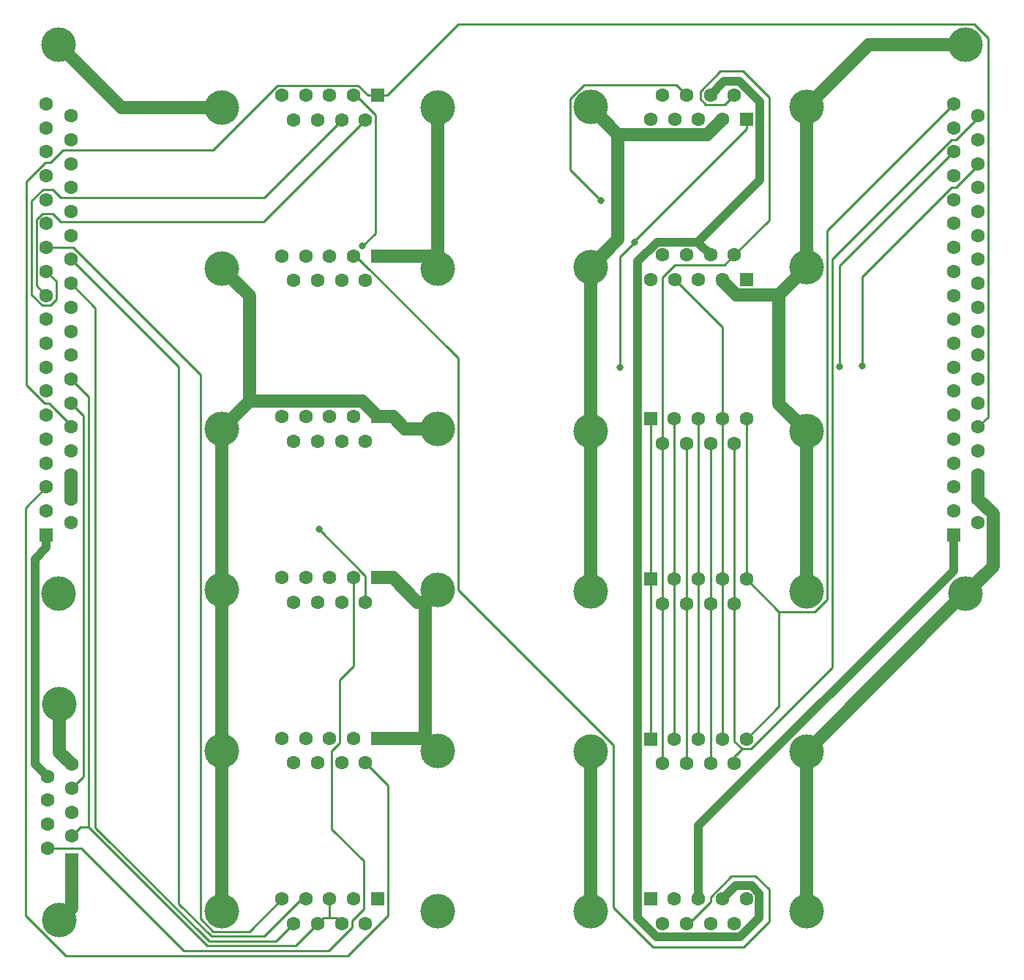
<source format=gbr>
%TF.GenerationSoftware,KiCad,Pcbnew,7.0.9*%
%TF.CreationDate,2023-12-27T22:33:40-08:00*%
%TF.ProjectId,Interconnect Board,496e7465-7263-46f6-9e6e-65637420426f,v1.1*%
%TF.SameCoordinates,Original*%
%TF.FileFunction,Copper,L2,Bot*%
%TF.FilePolarity,Positive*%
%FSLAX46Y46*%
G04 Gerber Fmt 4.6, Leading zero omitted, Abs format (unit mm)*
G04 Created by KiCad (PCBNEW 7.0.9) date 2023-12-27 22:33:40*
%MOMM*%
%LPD*%
G01*
G04 APERTURE LIST*
%TA.AperFunction,ComponentPad*%
%ADD10C,4.000000*%
%TD*%
%TA.AperFunction,ComponentPad*%
%ADD11R,1.600000X1.600000*%
%TD*%
%TA.AperFunction,ComponentPad*%
%ADD12C,1.600000*%
%TD*%
%TA.AperFunction,ViaPad*%
%ADD13C,0.800000*%
%TD*%
%TA.AperFunction,Conductor*%
%ADD14C,0.250000*%
%TD*%
%TA.AperFunction,Conductor*%
%ADD15C,1.000000*%
%TD*%
%TA.AperFunction,Conductor*%
%ADD16C,1.500000*%
%TD*%
G04 APERTURE END LIST*
D10*
%TO.P,SkyView_1,0,PAD*%
%TO.N,GND*%
X174574100Y-69664800D03*
X199574100Y-69664800D03*
D11*
%TO.P,SkyView_1,1,1*%
%TO.N,/SV_Data_1A*%
X181534100Y-68244800D03*
D12*
%TO.P,SkyView_1,2,2*%
%TO.N,/SV_GND_1*%
X184304100Y-68244800D03*
%TO.P,SkyView_1,3,3*%
%TO.N,/SV_GND_2*%
X187074100Y-68244800D03*
%TO.P,SkyView_1,4,4*%
%TO.N,/SV_Data_2B*%
X189844100Y-68244800D03*
%TO.P,SkyView_1,5,5*%
%TO.N,/SV_EMS_Aux*%
X192614100Y-68244800D03*
%TO.P,SkyView_1,6,6*%
%TO.N,/SV_Data_1B*%
X182919100Y-71084800D03*
%TO.P,SkyView_1,7,7*%
%TO.N,/SV_Power_1*%
X185689100Y-71084800D03*
%TO.P,SkyView_1,8,8*%
%TO.N,/SV_Data_2A*%
X188459100Y-71084800D03*
%TO.P,SkyView_1,9,9*%
%TO.N,/SV_Power_2*%
X191229100Y-71084800D03*
%TD*%
D10*
%TO.P,Ident_&_Dimmer_Input_1,0,PAD*%
%TO.N,GND*%
X113170100Y-101237100D03*
X113170100Y-126237100D03*
D11*
%TO.P,Ident_&_Dimmer_Input_1,1,1*%
X114590100Y-119277100D03*
D12*
%TO.P,Ident_&_Dimmer_Input_1,2,2*%
%TO.N,/dimmer_output_signal*%
X114590100Y-116507100D03*
%TO.P,Ident_&_Dimmer_Input_1,3,3*%
%TO.N,unconnected-(Ident_&_Dimmer_Input_1-Pad3)*%
X114590100Y-113737100D03*
%TO.P,Ident_&_Dimmer_Input_1,4,4*%
%TO.N,/Dimmer_Signal_Input*%
X114590100Y-110967100D03*
%TO.P,Ident_&_Dimmer_Input_1,5,5*%
%TO.N,GND*%
X114590100Y-108197100D03*
%TO.P,Ident_&_Dimmer_Input_1,6,6*%
%TO.N,/XPNDR_&_IDENT_12V*%
X111750100Y-117892100D03*
%TO.P,Ident_&_Dimmer_Input_1,7,7*%
%TO.N,/Ident_SW_Input*%
X111750100Y-115122100D03*
%TO.P,Ident_&_Dimmer_Input_1,8,8*%
%TO.N,unconnected-(Ident_&_Dimmer_Input_1-Pad8)*%
X111750100Y-112352100D03*
%TO.P,Ident_&_Dimmer_Input_1,9,9*%
%TO.N,/PFD_&_Dim_12V*%
X111750100Y-109582100D03*
%TD*%
D10*
%TO.P,GPS_Serial_5,0,PAD*%
%TO.N,GND*%
X131922100Y-32212700D03*
X156922100Y-32212700D03*
D11*
%TO.P,GPS_Serial_5,1,1*%
%TO.N,/GPS_GND*%
X149962100Y-30792700D03*
D12*
%TO.P,GPS_Serial_5,2,2*%
%TO.N,/GPS_Power*%
X147192100Y-30792700D03*
%TO.P,GPS_Serial_5,3,3*%
%TO.N,unconnected-(GPS_Serial_5-Pad3)*%
X144422100Y-30792700D03*
%TO.P,GPS_Serial_5,4,4*%
%TO.N,unconnected-(GPS_Serial_5-Pad4)*%
X141652100Y-30792700D03*
%TO.P,GPS_Serial_5,5,5*%
%TO.N,unconnected-(GPS_Serial_5-Pad5)*%
X138882100Y-30792700D03*
%TO.P,GPS_Serial_5,6,6*%
%TO.N,/GPS_Serial_5_Rx*%
X148577100Y-33632700D03*
%TO.P,GPS_Serial_5,7,7*%
%TO.N,/GPS_Serial_5_Tx*%
X145807100Y-33632700D03*
%TO.P,GPS_Serial_5,8,8*%
%TO.N,unconnected-(GPS_Serial_5-Pad8)*%
X143037100Y-33632700D03*
%TO.P,GPS_Serial_5,9,9*%
%TO.N,unconnected-(GPS_Serial_5-Pad9)*%
X140267100Y-33632700D03*
%TD*%
D10*
%TO.P,XPNDR_Serial_2,0,PAD*%
%TO.N,GND*%
X131922100Y-88012700D03*
X156922100Y-88012700D03*
D11*
%TO.P,XPNDR_Serial_2,1,1*%
X149962100Y-86592700D03*
D12*
%TO.P,XPNDR_Serial_2,2,2*%
%TO.N,/XPNDR_&_IDENT_12V*%
X147192100Y-86592700D03*
%TO.P,XPNDR_Serial_2,3,3*%
%TO.N,/Ident_SW_Input*%
X144422100Y-86592700D03*
%TO.P,XPNDR_Serial_2,4,4*%
%TO.N,unconnected-(XPNDR_Serial_2-Pad4)*%
X141652100Y-86592700D03*
%TO.P,XPNDR_Serial_2,5,5*%
%TO.N,unconnected-(XPNDR_Serial_2-Pad5)*%
X138882100Y-86592700D03*
%TO.P,XPNDR_Serial_2,6,6*%
%TO.N,/XPNDR_Serial_2_Rx*%
X148577100Y-89432700D03*
%TO.P,XPNDR_Serial_2,7,7*%
%TO.N,/XPNDR_Serial_2_Tx*%
X145807100Y-89432700D03*
%TO.P,XPNDR_Serial_2,8,8*%
%TO.N,unconnected-(XPNDR_Serial_2-Pad8)*%
X143037100Y-89432700D03*
%TO.P,XPNDR_Serial_2,9,9*%
%TO.N,unconnected-(XPNDR_Serial_2-Pad9)*%
X140267100Y-89432700D03*
%TD*%
D10*
%TO.P,VPX_Serial_3,0,PAD*%
%TO.N,GND*%
X131922100Y-69412700D03*
X156922100Y-69412700D03*
D11*
%TO.P,VPX_Serial_3,1,1*%
X149962100Y-67992700D03*
D12*
%TO.P,VPX_Serial_3,2,2*%
%TO.N,unconnected-(VPX_Serial_3-Pad2)*%
X147192100Y-67992700D03*
%TO.P,VPX_Serial_3,3,3*%
%TO.N,unconnected-(VPX_Serial_3-Pad3)*%
X144422100Y-67992700D03*
%TO.P,VPX_Serial_3,4,4*%
%TO.N,unconnected-(VPX_Serial_3-Pad4)*%
X141652100Y-67992700D03*
%TO.P,VPX_Serial_3,5,5*%
%TO.N,unconnected-(VPX_Serial_3-Pad5)*%
X138882100Y-67992700D03*
%TO.P,VPX_Serial_3,6,6*%
%TO.N,/VPX_Serial_3_Rx*%
X148577100Y-70832700D03*
%TO.P,VPX_Serial_3,7,7*%
%TO.N,/VPX_Serial_3_Tx*%
X145807100Y-70832700D03*
%TO.P,VPX_Serial_3,8,8*%
%TO.N,unconnected-(VPX_Serial_3-Pad8)*%
X143037100Y-70832700D03*
%TO.P,VPX_Serial_3,9,9*%
%TO.N,unconnected-(VPX_Serial_3-Pad9)*%
X140267100Y-70832700D03*
%TD*%
D10*
%TO.P,AP_Roll_SV_Net_2,0,PAD*%
%TO.N,GND*%
X199594100Y-50689500D03*
X174594100Y-50689500D03*
D11*
%TO.P,AP_Roll_SV_Net_2,1,1*%
%TO.N,/SV_Data_1A*%
X192634100Y-52109500D03*
D12*
%TO.P,AP_Roll_SV_Net_2,2,2*%
%TO.N,GND*%
X189864100Y-52109500D03*
%TO.P,AP_Roll_SV_Net_2,3,3*%
%TO.N,unconnected-(AP_Roll_SV_Net_2-Pad3)*%
X187094100Y-52109500D03*
%TO.P,AP_Roll_SV_Net_2,4,4*%
%TO.N,/SV_Data_2B*%
X184324100Y-52109500D03*
%TO.P,AP_Roll_SV_Net_2,5,5*%
%TO.N,unconnected-(AP_Roll_SV_Net_2-Pad5)*%
X181554100Y-52109500D03*
%TO.P,AP_Roll_SV_Net_2,6,6*%
%TO.N,/SV_Data_1B*%
X191249100Y-49269500D03*
%TO.P,AP_Roll_SV_Net_2,7,7*%
%TO.N,/SV-Net_AP_12V*%
X188479100Y-49269500D03*
%TO.P,AP_Roll_SV_Net_2,8,8*%
%TO.N,/SV_Data_2A*%
X185709100Y-49269500D03*
%TO.P,AP_Roll_SV_Net_2,9,9*%
%TO.N,unconnected-(AP_Roll_SV_Net_2-Pad9)*%
X182939100Y-49269500D03*
%TD*%
D10*
%TO.P,Dimmer_&_Audio_Output_1,0,PAD*%
%TO.N,GND*%
X131922100Y-125212800D03*
X156922100Y-125212800D03*
D11*
%TO.P,Dimmer_&_Audio_Output_1,1,1*%
%TO.N,unconnected-(Dimmer_&_Audio_Output_1-Pad1)*%
X149962100Y-123792800D03*
D12*
%TO.P,Dimmer_&_Audio_Output_1,2,2*%
%TO.N,unconnected-(Dimmer_&_Audio_Output_1-Pad2)*%
X147192100Y-123792800D03*
%TO.P,Dimmer_&_Audio_Output_1,3,3*%
%TO.N,/dimmer_output_signal*%
X144422100Y-123792800D03*
%TO.P,Dimmer_&_Audio_Output_1,4,4*%
%TO.N,/R_Audio_Out_1*%
X141652100Y-123792800D03*
%TO.P,Dimmer_&_Audio_Output_1,5,5*%
%TO.N,/L_Audio_Out_1*%
X138882100Y-123792800D03*
%TO.P,Dimmer_&_Audio_Output_1,6,6*%
%TO.N,unconnected-(Dimmer_&_Audio_Output_1-Pad6)*%
X148577100Y-126632800D03*
%TO.P,Dimmer_&_Audio_Output_1,7,7*%
%TO.N,/dimmer_output_signal*%
X145807100Y-126632800D03*
%TO.P,Dimmer_&_Audio_Output_1,8,8*%
X143037100Y-126632800D03*
%TO.P,Dimmer_&_Audio_Output_1,9,9*%
%TO.N,/Audio_Out_GND*%
X140267100Y-126632800D03*
%TD*%
D10*
%TO.P,ELT_Serial_4,0,PAD*%
%TO.N,GND*%
X131922100Y-50812700D03*
X156922100Y-50812700D03*
D11*
%TO.P,ELT_Serial_4,1,1*%
X149962100Y-49392700D03*
D12*
%TO.P,ELT_Serial_4,2,2*%
%TO.N,/ELT_12V*%
X147192100Y-49392700D03*
%TO.P,ELT_Serial_4,3,3*%
%TO.N,unconnected-(ELT_Serial_4-Pad3)*%
X144422100Y-49392700D03*
%TO.P,ELT_Serial_4,4,4*%
%TO.N,unconnected-(ELT_Serial_4-Pad4)*%
X141652100Y-49392700D03*
%TO.P,ELT_Serial_4,5,5*%
%TO.N,unconnected-(ELT_Serial_4-Pad5)*%
X138882100Y-49392700D03*
%TO.P,ELT_Serial_4,6,6*%
%TO.N,/ELT_Serial_4_Rx*%
X148577100Y-52232700D03*
%TO.P,ELT_Serial_4,7,7*%
%TO.N,/ELT_Serial_4_Tx*%
X145807100Y-52232700D03*
%TO.P,ELT_Serial_4,8,8*%
%TO.N,unconnected-(ELT_Serial_4-Pad8)*%
X143037100Y-52232700D03*
%TO.P,ELT_Serial_4,9,9*%
%TO.N,unconnected-(ELT_Serial_4-Pad9)*%
X140267100Y-52232700D03*
%TD*%
D10*
%TO.P,MFD_Main_2,0,PAD*%
%TO.N,GND*%
X218002000Y-88469100D03*
X218002000Y-24969100D03*
D11*
%TO.P,MFD_Main_2,1,1*%
%TO.N,/MFD_12V*%
X216582000Y-81649100D03*
D12*
%TO.P,MFD_Main_2,2,2*%
%TO.N,unconnected-(MFD_Main_2-Pad2)*%
X216582000Y-78879100D03*
%TO.P,MFD_Main_2,3,3*%
%TO.N,/ADSB_Serial_1_Rx*%
X216582000Y-76109100D03*
%TO.P,MFD_Main_2,4,4*%
%TO.N,/ADSB_Serial_1_Tx*%
X216582000Y-73339100D03*
%TO.P,MFD_Main_2,5,5*%
%TO.N,/XPNDR_Serial_2_Rx*%
X216582000Y-70569100D03*
%TO.P,MFD_Main_2,6,6*%
%TO.N,/XPNDR_Serial_2_Tx*%
X216582000Y-67799100D03*
%TO.P,MFD_Main_2,7,7*%
%TO.N,/VPX_Serial_3_Rx*%
X216582000Y-65029100D03*
%TO.P,MFD_Main_2,8,8*%
%TO.N,/VPX_Serial_3_Tx*%
X216582000Y-62259100D03*
%TO.P,MFD_Main_2,9,9*%
%TO.N,/ELT_Serial_4_Rx*%
X216582000Y-59489100D03*
%TO.P,MFD_Main_2,10,10*%
%TO.N,/ELT_Serial_4_Tx*%
X216582000Y-56719100D03*
%TO.P,MFD_Main_2,11,11*%
%TO.N,/GPS_Serial_5_Rx*%
X216582000Y-53949100D03*
%TO.P,MFD_Main_2,12,12*%
%TO.N,/GPS_Serial_5_Tx*%
X216582000Y-51179100D03*
%TO.P,MFD_Main_2,13,13*%
%TO.N,/L_Audio_Out_1*%
X216582000Y-48409100D03*
%TO.P,MFD_Main_2,14,14*%
%TO.N,unconnected-(MFD_Main_2-Pad14)*%
X216582000Y-45639100D03*
%TO.P,MFD_Main_2,15,15*%
%TO.N,/SV_Data_1A*%
X216582000Y-42869100D03*
%TO.P,MFD_Main_2,16,16*%
%TO.N,/SV_GND_1*%
X216582000Y-40099100D03*
%TO.P,MFD_Main_2,17,17*%
%TO.N,/SV_GND_2*%
X216582000Y-37329100D03*
%TO.P,MFD_Main_2,18,18*%
%TO.N,/SV_Data_2B*%
X216582000Y-34559100D03*
%TO.P,MFD_Main_2,19,19*%
%TO.N,/SV_EMS_Aux*%
X216582000Y-31789100D03*
%TO.P,MFD_Main_2,20,20*%
%TO.N,/MFD_12V*%
X219422000Y-80264100D03*
%TO.P,MFD_Main_2,21,21*%
%TO.N,GND*%
X219422000Y-77494100D03*
%TO.P,MFD_Main_2,22,22*%
X219422000Y-74724100D03*
%TO.P,MFD_Main_2,23,23*%
%TO.N,unconnected-(MFD_Main_2-Pad23)*%
X219422000Y-71954100D03*
%TO.P,MFD_Main_2,24,24*%
%TO.N,/GPS_GND*%
X219422000Y-69184100D03*
%TO.P,MFD_Main_2,25,25*%
%TO.N,/Dimmer_Signal_Input*%
X219422000Y-66414100D03*
%TO.P,MFD_Main_2,26,26*%
%TO.N,unconnected-(MFD_Main_2-Pad26)*%
X219422000Y-63644100D03*
%TO.P,MFD_Main_2,27,27*%
%TO.N,unconnected-(MFD_Main_2-Pad27)*%
X219422000Y-60874100D03*
%TO.P,MFD_Main_2,28,28*%
%TO.N,unconnected-(MFD_Main_2-Pad28)*%
X219422000Y-58104100D03*
%TO.P,MFD_Main_2,29,29*%
%TO.N,/GPS_Power*%
X219422000Y-55334100D03*
%TO.P,MFD_Main_2,30,30*%
%TO.N,/Audio_Out_GND*%
X219422000Y-52564100D03*
%TO.P,MFD_Main_2,31,31*%
%TO.N,/R_Audio_Out_1*%
X219422000Y-49794100D03*
%TO.P,MFD_Main_2,32,32*%
%TO.N,unconnected-(MFD_Main_2-Pad32)*%
X219422000Y-47024100D03*
%TO.P,MFD_Main_2,33,33*%
%TO.N,unconnected-(MFD_Main_2-Pad33)*%
X219422000Y-44254100D03*
%TO.P,MFD_Main_2,34,34*%
%TO.N,/SV_Data_1B*%
X219422000Y-41484100D03*
%TO.P,MFD_Main_2,35,35*%
%TO.N,/SV_Power_1*%
X219422000Y-38714100D03*
%TO.P,MFD_Main_2,36,36*%
%TO.N,/SV_Data_2A*%
X219422000Y-35944100D03*
%TO.P,MFD_Main_2,37,37*%
%TO.N,/SV_Power_2*%
X219422000Y-33174100D03*
%TD*%
D10*
%TO.P,SkyView_2,0,PAD*%
%TO.N,GND*%
X174574100Y-88180800D03*
X199574100Y-88180800D03*
D11*
%TO.P,SkyView_2,1,1*%
%TO.N,/SV_Data_1A*%
X181534100Y-86760800D03*
D12*
%TO.P,SkyView_2,2,2*%
%TO.N,/SV_GND_1*%
X184304100Y-86760800D03*
%TO.P,SkyView_2,3,3*%
%TO.N,/SV_GND_2*%
X187074100Y-86760800D03*
%TO.P,SkyView_2,4,4*%
%TO.N,/SV_Data_2B*%
X189844100Y-86760800D03*
%TO.P,SkyView_2,5,5*%
%TO.N,/SV_EMS_Aux*%
X192614100Y-86760800D03*
%TO.P,SkyView_2,6,6*%
%TO.N,/SV_Data_1B*%
X182919100Y-89600800D03*
%TO.P,SkyView_2,7,7*%
%TO.N,/SV_Power_1*%
X185689100Y-89600800D03*
%TO.P,SkyView_2,8,8*%
%TO.N,/SV_Data_2A*%
X188459100Y-89600800D03*
%TO.P,SkyView_2,9,9*%
%TO.N,/SV_Power_2*%
X191229100Y-89600800D03*
%TD*%
D10*
%TO.P,PFD_Main_1,0,PAD*%
%TO.N,GND*%
X113082100Y-88469100D03*
X113082100Y-24969100D03*
D11*
%TO.P,PFD_Main_1,1,1*%
%TO.N,/PFD_&_Dim_12V*%
X111662100Y-81649100D03*
D12*
%TO.P,PFD_Main_1,2,2*%
%TO.N,unconnected-(PFD_Main_1-Pad2)*%
X111662100Y-78879100D03*
%TO.P,PFD_Main_1,3,3*%
%TO.N,/ADSB_Serial_1_Rx*%
X111662100Y-76109100D03*
%TO.P,PFD_Main_1,4,4*%
%TO.N,/ADSB_Serial_1_Tx*%
X111662100Y-73339100D03*
%TO.P,PFD_Main_1,5,5*%
%TO.N,/XPNDR_Serial_2_Rx*%
X111662100Y-70569100D03*
%TO.P,PFD_Main_1,6,6*%
%TO.N,/XPNDR_Serial_2_Tx*%
X111662100Y-67799100D03*
%TO.P,PFD_Main_1,7,7*%
%TO.N,/VPX_Serial_3_Rx*%
X111662100Y-65029100D03*
%TO.P,PFD_Main_1,8,8*%
%TO.N,/VPX_Serial_3_Tx*%
X111662100Y-62259100D03*
%TO.P,PFD_Main_1,9,9*%
%TO.N,/ELT_Serial_4_Rx*%
X111662100Y-59489100D03*
%TO.P,PFD_Main_1,10,10*%
%TO.N,/ELT_Serial_4_Tx*%
X111662100Y-56719100D03*
%TO.P,PFD_Main_1,11,11*%
%TO.N,/GPS_Serial_5_Rx*%
X111662100Y-53949100D03*
%TO.P,PFD_Main_1,12,12*%
%TO.N,/GPS_Serial_5_Tx*%
X111662100Y-51179100D03*
%TO.P,PFD_Main_1,13,13*%
%TO.N,/L_Audio_Out_1*%
X111662100Y-48409100D03*
%TO.P,PFD_Main_1,14,14*%
%TO.N,unconnected-(PFD_Main_1-Pad14)*%
X111662100Y-45639100D03*
%TO.P,PFD_Main_1,15,15*%
%TO.N,/SV_Data_1A*%
X111662100Y-42869100D03*
%TO.P,PFD_Main_1,16,16*%
%TO.N,/SV_GND_1*%
X111662100Y-40099100D03*
%TO.P,PFD_Main_1,17,17*%
%TO.N,/SV_GND_2*%
X111662100Y-37329100D03*
%TO.P,PFD_Main_1,18,18*%
%TO.N,/SV_Data_2B*%
X111662100Y-34559100D03*
%TO.P,PFD_Main_1,19,19*%
%TO.N,/SV_EMS_Aux*%
X111662100Y-31789100D03*
%TO.P,PFD_Main_1,20,20*%
%TO.N,/PFD_&_Dim_12V*%
X114502100Y-80264100D03*
%TO.P,PFD_Main_1,21,21*%
%TO.N,GND*%
X114502100Y-77494100D03*
%TO.P,PFD_Main_1,22,22*%
X114502100Y-74724100D03*
%TO.P,PFD_Main_1,23,23*%
%TO.N,unconnected-(PFD_Main_1-Pad23)*%
X114502100Y-71954100D03*
%TO.P,PFD_Main_1,24,24*%
%TO.N,/GPS_GND*%
X114502100Y-69184100D03*
%TO.P,PFD_Main_1,25,25*%
%TO.N,/Dimmer_Signal_Input*%
X114502100Y-66414100D03*
%TO.P,PFD_Main_1,26,26*%
%TO.N,/dimmer_output_signal*%
X114502100Y-63644100D03*
%TO.P,PFD_Main_1,27,27*%
%TO.N,unconnected-(PFD_Main_1-Pad27)*%
X114502100Y-60874100D03*
%TO.P,PFD_Main_1,28,28*%
%TO.N,unconnected-(PFD_Main_1-Pad28)*%
X114502100Y-58104100D03*
%TO.P,PFD_Main_1,29,29*%
%TO.N,/GPS_Power*%
X114502100Y-55334100D03*
%TO.P,PFD_Main_1,30,30*%
%TO.N,/Audio_Out_GND*%
X114502100Y-52564100D03*
%TO.P,PFD_Main_1,31,31*%
%TO.N,/R_Audio_Out_1*%
X114502100Y-49794100D03*
%TO.P,PFD_Main_1,32,32*%
%TO.N,unconnected-(PFD_Main_1-Pad32)*%
X114502100Y-47024100D03*
%TO.P,PFD_Main_1,33,33*%
%TO.N,unconnected-(PFD_Main_1-Pad33)*%
X114502100Y-44254100D03*
%TO.P,PFD_Main_1,34,34*%
%TO.N,/SV_Data_1B*%
X114502100Y-41484100D03*
%TO.P,PFD_Main_1,35,35*%
%TO.N,/SV_Power_1*%
X114502100Y-38714100D03*
%TO.P,PFD_Main_1,36,36*%
%TO.N,/SV_Data_2A*%
X114502100Y-35944100D03*
%TO.P,PFD_Main_1,37,37*%
%TO.N,/SV_Power_2*%
X114502100Y-33174100D03*
%TD*%
D10*
%TO.P,ADSB_Serial_1,0,PAD*%
%TO.N,GND*%
X131922100Y-106612800D03*
X156922100Y-106612800D03*
D11*
%TO.P,ADSB_Serial_1,1,1*%
X149962100Y-105192800D03*
D12*
%TO.P,ADSB_Serial_1,2,2*%
%TO.N,/ADSB_12V*%
X147192100Y-105192800D03*
%TO.P,ADSB_Serial_1,3,3*%
%TO.N,unconnected-(ADSB_Serial_1-Pad3)*%
X144422100Y-105192800D03*
%TO.P,ADSB_Serial_1,4,4*%
%TO.N,unconnected-(ADSB_Serial_1-Pad4)*%
X141652100Y-105192800D03*
%TO.P,ADSB_Serial_1,5,5*%
%TO.N,unconnected-(ADSB_Serial_1-Pad5)*%
X138882100Y-105192800D03*
%TO.P,ADSB_Serial_1,6,6*%
%TO.N,/ADSB_Serial_1_Rx*%
X148577100Y-108032800D03*
%TO.P,ADSB_Serial_1,7,7*%
%TO.N,/ADSB_Serial_1_Tx*%
X145807100Y-108032800D03*
%TO.P,ADSB_Serial_1,8,8*%
%TO.N,unconnected-(ADSB_Serial_1-Pad8)*%
X143037100Y-108032800D03*
%TO.P,ADSB_Serial_1,9,9*%
%TO.N,unconnected-(ADSB_Serial_1-Pad9)*%
X140267100Y-108032800D03*
%TD*%
D10*
%TO.P,SkyView_3,0,PAD*%
%TO.N,GND*%
X174574100Y-106696800D03*
X199574100Y-106696800D03*
D11*
%TO.P,SkyView_3,1,1*%
%TO.N,/SV_Data_1A*%
X181534100Y-105276800D03*
D12*
%TO.P,SkyView_3,2,2*%
%TO.N,/SV_GND_1*%
X184304100Y-105276800D03*
%TO.P,SkyView_3,3,3*%
%TO.N,/SV_GND_2*%
X187074100Y-105276800D03*
%TO.P,SkyView_3,4,4*%
%TO.N,/SV_Data_2B*%
X189844100Y-105276800D03*
%TO.P,SkyView_3,5,5*%
%TO.N,/SV_EMS_Aux*%
X192614100Y-105276800D03*
%TO.P,SkyView_3,6,6*%
%TO.N,/SV_Data_1B*%
X182919100Y-108116800D03*
%TO.P,SkyView_3,7,7*%
%TO.N,/SV_Power_1*%
X185689100Y-108116800D03*
%TO.P,SkyView_3,8,8*%
%TO.N,/SV_Data_2A*%
X188459100Y-108116800D03*
%TO.P,SkyView_3,9,9*%
%TO.N,/SV_Power_2*%
X191229100Y-108116800D03*
%TD*%
D10*
%TO.P,AP_Pitch_SV_Net_1,0,PAD*%
%TO.N,GND*%
X199594100Y-32173500D03*
X174594100Y-32173500D03*
D11*
%TO.P,AP_Pitch_SV_Net_1,1,1*%
%TO.N,/SV_Data_1A*%
X192634100Y-33593500D03*
D12*
%TO.P,AP_Pitch_SV_Net_1,2,2*%
%TO.N,GND*%
X189864100Y-33593500D03*
%TO.P,AP_Pitch_SV_Net_1,3,3*%
%TO.N,unconnected-(AP_Pitch_SV_Net_1-Pad3)*%
X187094100Y-33593500D03*
%TO.P,AP_Pitch_SV_Net_1,4,4*%
%TO.N,/SV_Data_2B*%
X184324100Y-33593500D03*
%TO.P,AP_Pitch_SV_Net_1,5,5*%
%TO.N,unconnected-(AP_Pitch_SV_Net_1-Pad5)*%
X181554100Y-33593500D03*
%TO.P,AP_Pitch_SV_Net_1,6,6*%
%TO.N,/SV_Data_1B*%
X191249100Y-30753500D03*
%TO.P,AP_Pitch_SV_Net_1,7,7*%
%TO.N,/SV-Net_AP_12V*%
X188479100Y-30753500D03*
%TO.P,AP_Pitch_SV_Net_1,8,8*%
%TO.N,/SV_Data_2A*%
X185709100Y-30753500D03*
%TO.P,AP_Pitch_SV_Net_1,9,9*%
%TO.N,unconnected-(AP_Pitch_SV_Net_1-Pad9)*%
X182939100Y-30753500D03*
%TD*%
%TO.P,Power_Input_1,9,9*%
%TO.N,GND*%
X191229100Y-126632800D03*
%TO.P,Power_Input_1,8,8*%
X188459100Y-126632800D03*
%TO.P,Power_Input_1,7,7*%
%TO.N,/ELT_12V*%
X185689100Y-126632800D03*
%TO.P,Power_Input_1,6,6*%
%TO.N,/XPNDR_&_IDENT_12V*%
X182919100Y-126632800D03*
%TO.P,Power_Input_1,5,5*%
%TO.N,/ADSB_12V*%
X192614100Y-123792800D03*
%TO.P,Power_Input_1,4,4*%
%TO.N,/SV-Net_AP_12V*%
X189844100Y-123792800D03*
%TO.P,Power_Input_1,3,3*%
%TO.N,/MFD_12V*%
X187074100Y-123792800D03*
%TO.P,Power_Input_1,2,2*%
%TO.N,/PFD_&_Dim_12V*%
X184304100Y-123792800D03*
D11*
%TO.P,Power_Input_1,1,1*%
%TO.N,GND*%
X181534100Y-123792800D03*
D10*
%TO.P,Power_Input_1,0,PAD*%
X199574100Y-125212800D03*
X174574100Y-125212800D03*
%TD*%
D13*
%TO.N,/SV_Data_2A*%
X175801900Y-42964400D03*
%TO.N,/SV_Power_1*%
X206037800Y-62150400D03*
%TO.N,/SV_GND_2*%
X203391400Y-62163600D03*
%TO.N,/SV_Data_1A*%
X177977800Y-62242700D03*
X179694300Y-47767400D03*
%TO.N,/GPS_Power*%
X148235300Y-48267200D03*
%TO.N,/XPNDR_Serial_2_Rx*%
X143199500Y-81004200D03*
%TD*%
D14*
%TO.N,/XPNDR_&_IDENT_12V*%
X147192100Y-96827000D02*
X147192100Y-86592700D01*
X145612500Y-98406600D02*
X147192100Y-96827000D01*
X145612500Y-105717000D02*
X145612500Y-98406600D01*
X144673200Y-106656300D02*
X145612500Y-105717000D01*
X144673200Y-115678100D02*
X144673200Y-106656300D01*
X148374300Y-119379200D02*
X144673200Y-115678100D01*
X148374300Y-124929900D02*
X148374300Y-119379200D01*
X146997500Y-126306700D02*
X148374300Y-124929900D01*
X146997500Y-127036100D02*
X146997500Y-126306700D01*
X144268200Y-129765400D02*
X146997500Y-127036100D01*
X127555600Y-129765400D02*
X144268200Y-129765400D01*
X115682300Y-117892100D02*
X127555600Y-129765400D01*
X111750100Y-117892100D02*
X115682300Y-117892100D01*
D15*
%TO.N,/PFD_&_Dim_12V*%
X111662100Y-81649100D02*
X111662100Y-83151000D01*
X110376700Y-84436400D02*
X111662100Y-83151000D01*
X110376700Y-108208700D02*
X110376700Y-84436400D01*
X111750100Y-109582100D02*
X110376700Y-108208700D01*
D14*
%TO.N,/ELT_12V*%
X147419200Y-49392700D02*
X147192100Y-49392700D01*
X159249000Y-61222500D02*
X147419200Y-49392700D01*
X159249000Y-87997200D02*
X159249000Y-61222500D01*
X177202300Y-105950500D02*
X159249000Y-87997200D01*
X177202300Y-124749300D02*
X177202300Y-105950500D01*
X181776000Y-129323000D02*
X177202300Y-124749300D01*
X192310200Y-129323000D02*
X181776000Y-129323000D01*
X195263300Y-126369900D02*
X192310200Y-129323000D01*
X195263300Y-122670100D02*
X195263300Y-126369900D01*
X193697500Y-121104300D02*
X195263300Y-122670100D01*
X190901700Y-121104300D02*
X193697500Y-121104300D01*
X188459100Y-123546900D02*
X190901700Y-121104300D01*
X188459100Y-124108200D02*
X188459100Y-123546900D01*
X185934500Y-126632800D02*
X188459100Y-124108200D01*
X185689100Y-126632800D02*
X185934500Y-126632800D01*
D15*
%TO.N,/SV-Net_AP_12V*%
X188479100Y-49269500D02*
X186974000Y-47764400D01*
X191394300Y-122242600D02*
X189844100Y-123792800D01*
X193222300Y-122242600D02*
X191394300Y-122242600D01*
X194119100Y-123139400D02*
X193222300Y-122242600D01*
X194119100Y-125915000D02*
X194119100Y-123139400D01*
X191865300Y-128168800D02*
X194119100Y-125915000D01*
X182262700Y-128168800D02*
X191865300Y-128168800D01*
X180009100Y-125915200D02*
X182262700Y-128168800D01*
X180009100Y-50033700D02*
X180009100Y-125915200D01*
X182278400Y-47764400D02*
X180009100Y-50033700D01*
X186974000Y-47764400D02*
X182278400Y-47764400D01*
X194162200Y-40576200D02*
X186974000Y-47764400D01*
X194162200Y-31516600D02*
X194162200Y-40576200D01*
X191836300Y-29190700D02*
X194162200Y-31516600D01*
X190041900Y-29190700D02*
X191836300Y-29190700D01*
X188479100Y-30753500D02*
X190041900Y-29190700D01*
D16*
%TO.N,GND*%
X199574100Y-125212800D02*
X199574100Y-106696800D01*
X120325700Y-32212700D02*
X131922100Y-32212700D01*
X113082100Y-24969100D02*
X120325700Y-32212700D01*
X219422000Y-74724100D02*
X219422000Y-77494100D01*
X188100700Y-35356900D02*
X177777500Y-35356900D01*
X189864100Y-33593500D02*
X188100700Y-35356900D01*
X177777500Y-35356900D02*
X174594100Y-32173500D01*
X199594100Y-32173500D02*
X199594100Y-50689500D01*
X196385700Y-66476400D02*
X199574100Y-69664800D01*
X196385700Y-53897900D02*
X196385700Y-66476400D01*
X191467400Y-53897900D02*
X196385700Y-53897900D01*
X189864100Y-52294600D02*
X191467400Y-53897900D01*
X189864100Y-52109500D02*
X189864100Y-52294600D01*
X196385700Y-53897900D02*
X199594100Y-50689500D01*
X174574100Y-125212800D02*
X174574100Y-106696800D01*
X113170100Y-106777100D02*
X113170100Y-101237100D01*
X114590100Y-108197100D02*
X113170100Y-106777100D01*
X114590100Y-124817100D02*
X113170100Y-126237100D01*
X114590100Y-119277100D02*
X114590100Y-124817100D01*
X131922100Y-125212800D02*
X131922100Y-106612800D01*
X199574100Y-88180800D02*
X199574100Y-69664800D01*
X206798500Y-24969100D02*
X218002000Y-24969100D01*
X199594100Y-32173500D02*
X206798500Y-24969100D01*
X114502100Y-77494100D02*
X114502100Y-74724100D01*
X135121100Y-54011700D02*
X131922100Y-50812700D01*
X135121100Y-66213700D02*
X135121100Y-54011700D01*
X148183100Y-66213700D02*
X135121100Y-66213700D01*
X149962100Y-67992700D02*
X148183100Y-66213700D01*
X135121100Y-66213700D02*
X131922100Y-69412700D01*
X217801800Y-88469100D02*
X218002000Y-88469100D01*
X199574100Y-106696800D02*
X217801800Y-88469100D01*
X221176000Y-79248100D02*
X219422000Y-77494100D01*
X221176000Y-85295100D02*
X221176000Y-79248100D01*
X218002000Y-88469100D02*
X221176000Y-85295100D01*
X131922100Y-69412700D02*
X131922100Y-88012700D01*
X131922100Y-88012700D02*
X131922100Y-106612800D01*
X156922100Y-106612800D02*
X155502100Y-105192800D01*
X155502100Y-105192800D02*
X149962100Y-105192800D01*
X149962100Y-86592700D02*
X151714000Y-86592700D01*
X154554000Y-89432700D02*
X151714000Y-86592700D01*
X155502100Y-89432700D02*
X154554000Y-89432700D01*
X155502100Y-105192800D02*
X155502100Y-89432700D01*
X155502100Y-89432700D02*
X156922100Y-88012700D01*
X153134000Y-69412700D02*
X151714000Y-67992700D01*
X156922100Y-69412700D02*
X153134000Y-69412700D01*
X149962100Y-67992700D02*
X151714000Y-67992700D01*
X149962100Y-49392700D02*
X151714000Y-49392700D01*
X156922100Y-49392700D02*
X151714000Y-49392700D01*
X156922100Y-32212700D02*
X156922100Y-49392700D01*
X156922100Y-49392700D02*
X156922100Y-50812700D01*
X174574100Y-88180800D02*
X174574100Y-69664800D01*
X174594100Y-69644800D02*
X174594100Y-50689500D01*
X174574100Y-69664800D02*
X174594100Y-69644800D01*
X177777500Y-47506100D02*
X174594100Y-50689500D01*
X177777500Y-35356900D02*
X177777500Y-47506100D01*
D15*
%TO.N,/MFD_12V*%
X216582000Y-85799700D02*
X216582000Y-81649100D01*
X187074100Y-115307600D02*
X216582000Y-85799700D01*
X187074100Y-123792800D02*
X187074100Y-115307600D01*
D14*
%TO.N,/SV_Power_2*%
X191229100Y-71084800D02*
X191229100Y-89600800D01*
X191229100Y-107295900D02*
X192109600Y-106415400D01*
X191229100Y-108116800D02*
X191229100Y-107295900D01*
X191229100Y-105534900D02*
X191229100Y-89600800D01*
X192109600Y-106415400D02*
X191229100Y-105534900D01*
X193173700Y-106415400D02*
X192109600Y-106415400D01*
X202564700Y-97024400D02*
X193173700Y-106415400D01*
X202564700Y-49718200D02*
X202564700Y-97024400D01*
X216338800Y-35944100D02*
X202564700Y-49718200D01*
X216868100Y-35944100D02*
X216338800Y-35944100D01*
X219422000Y-33390200D02*
X216868100Y-35944100D01*
X219422000Y-33174100D02*
X219422000Y-33390200D01*
%TO.N,/SV_Data_2A*%
X188459100Y-108116800D02*
X188459100Y-89600800D01*
X188459100Y-89600800D02*
X188459100Y-71084800D01*
X184548400Y-29592800D02*
X185709100Y-30753500D01*
X173851800Y-29592800D02*
X184548400Y-29592800D01*
X172242900Y-31201700D02*
X173851800Y-29592800D01*
X172242900Y-39405400D02*
X172242900Y-31201700D01*
X175801900Y-42964400D02*
X172242900Y-39405400D01*
%TO.N,/SV_Power_1*%
X185689100Y-71084800D02*
X185689100Y-89600800D01*
X185689100Y-108116800D02*
X185689100Y-89600800D01*
X206037800Y-51785100D02*
X206037800Y-62150400D01*
X216338800Y-41484100D02*
X206037800Y-51785100D01*
X216868100Y-41484100D02*
X216338800Y-41484100D01*
X219422000Y-38930200D02*
X216868100Y-41484100D01*
X219422000Y-38714100D02*
X219422000Y-38930200D01*
%TO.N,/SV_Data_1B*%
X182919100Y-108116800D02*
X182919100Y-89600800D01*
X182919100Y-89600800D02*
X182919100Y-71084800D01*
X190085100Y-50433500D02*
X191249100Y-49269500D01*
X184381400Y-50433500D02*
X190085100Y-50433500D01*
X182919100Y-51895800D02*
X184381400Y-50433500D01*
X182919100Y-71084800D02*
X182919100Y-51895800D01*
X195288900Y-45229700D02*
X191249100Y-49269500D01*
X195288900Y-31049900D02*
X195288900Y-45229700D01*
X192263300Y-28024300D02*
X195288900Y-31049900D01*
X189597900Y-28024300D02*
X192263300Y-28024300D01*
X187297900Y-30324300D02*
X189597900Y-28024300D01*
X187297900Y-31246400D02*
X187297900Y-30324300D01*
X187938500Y-31887000D02*
X187297900Y-31246400D01*
X190115600Y-31887000D02*
X187938500Y-31887000D01*
X191249100Y-30753500D02*
X190115600Y-31887000D01*
%TO.N,/GPS_Serial_5_Rx*%
X136788600Y-45421200D02*
X148577100Y-33632700D01*
X113350000Y-45421200D02*
X136788600Y-45421200D01*
X112405700Y-44476900D02*
X113350000Y-45421200D01*
X111218400Y-44476900D02*
X112405700Y-44476900D01*
X110504400Y-45190900D02*
X111218400Y-44476900D01*
X110504400Y-52791400D02*
X110504400Y-45190900D01*
X111662100Y-53949100D02*
X110504400Y-52791400D01*
%TO.N,/GPS_GND*%
X159267300Y-22614400D02*
X151089000Y-30792700D01*
X219005100Y-22614400D02*
X159267300Y-22614400D01*
X220579600Y-24188900D02*
X219005100Y-22614400D01*
X220579600Y-68026500D02*
X220579600Y-24188900D01*
X219422000Y-69184100D02*
X220579600Y-68026500D01*
X149962100Y-30792700D02*
X151089000Y-30792700D01*
X147708300Y-29665800D02*
X148835200Y-30792700D01*
X138342100Y-29665800D02*
X147708300Y-29665800D01*
X130906100Y-37101800D02*
X138342100Y-29665800D01*
X113602000Y-37101800D02*
X130906100Y-37101800D01*
X112088000Y-38615800D02*
X113602000Y-37101800D01*
X111511300Y-38615800D02*
X112088000Y-38615800D01*
X109336400Y-40790700D02*
X111511300Y-38615800D01*
X109336400Y-64331600D02*
X109336400Y-40790700D01*
X111418900Y-66414100D02*
X109336400Y-64331600D01*
X111948200Y-66414100D02*
X111418900Y-66414100D01*
X114502100Y-68968000D02*
X111948200Y-66414100D01*
X114502100Y-69184100D02*
X114502100Y-68968000D01*
X149962100Y-30792700D02*
X148835200Y-30792700D01*
%TO.N,/SV_EMS_Aux*%
X196387200Y-101503700D02*
X196387200Y-90533900D01*
X192614100Y-105276800D02*
X196387200Y-101503700D01*
X200525200Y-90533900D02*
X196387200Y-90533900D01*
X201934400Y-89124700D02*
X200525200Y-90533900D01*
X201934400Y-46436700D02*
X201934400Y-89124700D01*
X216582000Y-31789100D02*
X201934400Y-46436700D01*
X196387200Y-90533900D02*
X192614100Y-86760800D01*
X192614100Y-68244800D02*
X192614100Y-86760800D01*
%TO.N,/SV_Data_2B*%
X189844100Y-68244800D02*
X189844100Y-86760800D01*
X189844100Y-86760800D02*
X189844100Y-105276800D01*
X189844100Y-57629500D02*
X189844100Y-68244800D01*
X184324100Y-52109500D02*
X189844100Y-57629500D01*
%TO.N,/SV_GND_2*%
X187074100Y-86760800D02*
X187074100Y-68244800D01*
X187074100Y-86760800D02*
X187074100Y-105276800D01*
X203391400Y-50519700D02*
X203391400Y-62163600D01*
X216582000Y-37329100D02*
X203391400Y-50519700D01*
%TO.N,/SV_GND_1*%
X184304100Y-68244800D02*
X184304100Y-86760800D01*
X184304100Y-86760800D02*
X184304100Y-105276800D01*
%TO.N,/SV_Data_1A*%
X181534100Y-105276800D02*
X181534100Y-86760800D01*
X181534100Y-86760800D02*
X181534100Y-68244800D01*
X192634100Y-33593500D02*
X192634100Y-34720400D01*
X177977800Y-49483900D02*
X177977800Y-62242700D01*
X179694300Y-47767400D02*
X177977800Y-49483900D01*
X179694300Y-47660200D02*
X179694300Y-47767400D01*
X192634100Y-34720400D02*
X179694300Y-47660200D01*
%TO.N,/GPS_Serial_5_Tx*%
X136818400Y-42621400D02*
X145807100Y-33632700D01*
X113320200Y-42621400D02*
X136818400Y-42621400D01*
X112385700Y-41686900D02*
X113320200Y-42621400D01*
X111250300Y-41686900D02*
X112385700Y-41686900D01*
X109929900Y-43007300D02*
X111250300Y-41686900D01*
X109929900Y-53869300D02*
X109929900Y-43007300D01*
X111163400Y-55102800D02*
X109929900Y-53869300D01*
X112107300Y-55102800D02*
X111163400Y-55102800D01*
X112791100Y-54419000D02*
X112107300Y-55102800D01*
X112791100Y-52308100D02*
X112791100Y-54419000D01*
X111662100Y-51179100D02*
X112791100Y-52308100D01*
%TO.N,/GPS_Power*%
X149705700Y-46796800D02*
X148235300Y-48267200D01*
X149705700Y-33104600D02*
X149705700Y-46796800D01*
X147393800Y-30792700D02*
X149705700Y-33104600D01*
X147192100Y-30792700D02*
X147393800Y-30792700D01*
%TO.N,/XPNDR_Serial_2_Rx*%
X148577100Y-86381800D02*
X143199500Y-81004200D01*
X148577100Y-89432700D02*
X148577100Y-86381800D01*
%TO.N,/ADSB_Serial_1_Rx*%
X151135500Y-110591200D02*
X148577100Y-108032800D01*
X151135500Y-125672300D02*
X151135500Y-110591200D01*
X146482400Y-130325400D02*
X151135500Y-125672300D01*
X113900000Y-130325400D02*
X146482400Y-130325400D01*
X109233200Y-125658600D02*
X113900000Y-130325400D01*
X109233200Y-78538000D02*
X109233200Y-125658600D01*
X111662100Y-76109100D02*
X109233200Y-78538000D01*
%TO.N,/Audio_Out_GND*%
X138240500Y-128659400D02*
X140267100Y-126632800D01*
X130489000Y-128659400D02*
X138240500Y-128659400D01*
X117329600Y-115500000D02*
X130489000Y-128659400D01*
X117329600Y-55391600D02*
X117329600Y-115500000D01*
X114502100Y-52564100D02*
X117329600Y-55391600D01*
%TO.N,/L_Audio_Out_1*%
X114749000Y-48409100D02*
X111662100Y-48409100D01*
X129447300Y-63107400D02*
X114749000Y-48409100D01*
X129447300Y-126038500D02*
X129447300Y-63107400D01*
X130953500Y-127544700D02*
X129447300Y-126038500D01*
X135130200Y-127544700D02*
X130953500Y-127544700D01*
X138882100Y-123792800D02*
X135130200Y-127544700D01*
%TO.N,/R_Audio_Out_1*%
X141201400Y-123792800D02*
X141652100Y-123792800D01*
X136892200Y-128102000D02*
X141201400Y-123792800D01*
X130721300Y-128102000D02*
X136892200Y-128102000D01*
X126931200Y-124311900D02*
X130721300Y-128102000D01*
X126931200Y-62223200D02*
X126931200Y-124311900D01*
X114502100Y-49794100D02*
X126931200Y-62223200D01*
%TO.N,/dimmer_output_signal*%
X144422100Y-125940300D02*
X144422100Y-123792800D01*
X143729600Y-125940300D02*
X144422100Y-125940300D01*
X143037100Y-126632800D02*
X143729600Y-125940300D01*
X145114600Y-125940300D02*
X145807100Y-126632800D01*
X144422100Y-125940300D02*
X145114600Y-125940300D01*
X115625900Y-115471300D02*
X116518500Y-115471300D01*
X114590100Y-116507100D02*
X115625900Y-115471300D01*
X116518500Y-65660500D02*
X116518500Y-115471300D01*
X114502100Y-63644100D02*
X116518500Y-65660500D01*
X140457700Y-129212200D02*
X143037100Y-126632800D01*
X130259400Y-129212200D02*
X140457700Y-129212200D01*
X116518500Y-115471300D02*
X130259400Y-129212200D01*
%TO.N,/Dimmer_Signal_Input*%
X115966800Y-109590400D02*
X114590100Y-110967100D01*
X115966800Y-67878800D02*
X115966800Y-109590400D01*
X114502100Y-66414100D02*
X115966800Y-67878800D01*
%TD*%
M02*

</source>
